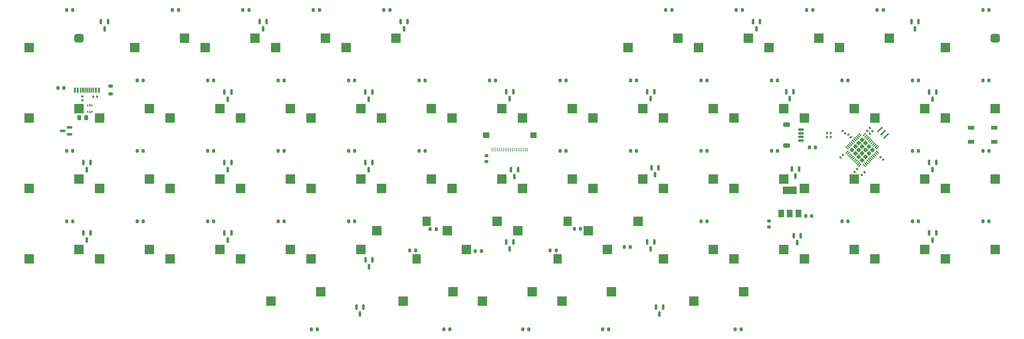
<source format=gbr>
%TF.GenerationSoftware,KiCad,Pcbnew,7.0.1-0*%
%TF.CreationDate,2023-07-02T14:27:38+03:00*%
%TF.ProjectId,30cent,33306365-6e74-42e6-9b69-6361645f7063,rev?*%
%TF.SameCoordinates,Original*%
%TF.FileFunction,Paste,Bot*%
%TF.FilePolarity,Positive*%
%FSLAX46Y46*%
G04 Gerber Fmt 4.6, Leading zero omitted, Abs format (unit mm)*
G04 Created by KiCad (PCBNEW 7.0.1-0) date 2023-07-02 14:27:38*
%MOMM*%
%LPD*%
G01*
G04 APERTURE LIST*
G04 Aperture macros list*
%AMRoundRect*
0 Rectangle with rounded corners*
0 $1 Rounding radius*
0 $2 $3 $4 $5 $6 $7 $8 $9 X,Y pos of 4 corners*
0 Add a 4 corners polygon primitive as box body*
4,1,4,$2,$3,$4,$5,$6,$7,$8,$9,$2,$3,0*
0 Add four circle primitives for the rounded corners*
1,1,$1+$1,$2,$3*
1,1,$1+$1,$4,$5*
1,1,$1+$1,$6,$7*
1,1,$1+$1,$8,$9*
0 Add four rect primitives between the rounded corners*
20,1,$1+$1,$2,$3,$4,$5,0*
20,1,$1+$1,$4,$5,$6,$7,0*
20,1,$1+$1,$6,$7,$8,$9,0*
20,1,$1+$1,$8,$9,$2,$3,0*%
%AMRotRect*
0 Rectangle, with rotation*
0 The origin of the aperture is its center*
0 $1 length*
0 $2 width*
0 $3 Rotation angle, in degrees counterclockwise*
0 Add horizontal line*
21,1,$1,$2,0,0,$3*%
G04 Aperture macros list end*
%ADD10R,2.550000X2.500000*%
%ADD11RoundRect,0.150000X-0.150000X0.587500X-0.150000X-0.587500X0.150000X-0.587500X0.150000X0.587500X0*%
%ADD12RoundRect,0.140000X-0.021213X0.219203X-0.219203X0.021213X0.021213X-0.219203X0.219203X-0.021213X0*%
%ADD13RoundRect,0.200000X-0.200000X-0.275000X0.200000X-0.275000X0.200000X0.275000X-0.200000X0.275000X0*%
%ADD14R,2.300000X2.500000*%
%ADD15RoundRect,0.150000X0.587500X0.150000X-0.587500X0.150000X-0.587500X-0.150000X0.587500X-0.150000X0*%
%ADD16RoundRect,0.200000X0.200000X0.275000X-0.200000X0.275000X-0.200000X-0.275000X0.200000X-0.275000X0*%
%ADD17RoundRect,0.200000X-0.275000X0.200000X-0.275000X-0.200000X0.275000X-0.200000X0.275000X0.200000X0*%
%ADD18RoundRect,0.140000X0.219203X0.021213X0.021213X0.219203X-0.219203X-0.021213X-0.021213X-0.219203X0*%
%ADD19RoundRect,0.250000X-0.388909X0.000000X0.000000X-0.388909X0.388909X0.000000X0.000000X0.388909X0*%
%ADD20RoundRect,0.062500X-0.380070X0.291682X0.291682X-0.380070X0.380070X-0.291682X-0.291682X0.380070X0*%
%ADD21RoundRect,0.062500X-0.380070X-0.291682X-0.291682X-0.380070X0.380070X0.291682X0.291682X0.380070X0*%
%ADD22RoundRect,0.135000X-0.135000X-0.185000X0.135000X-0.185000X0.135000X0.185000X-0.135000X0.185000X0*%
%ADD23RoundRect,0.575000X-0.700000X-0.575000X0.700000X-0.575000X0.700000X0.575000X-0.700000X0.575000X0*%
%ADD24RoundRect,0.135000X0.185000X-0.135000X0.185000X0.135000X-0.185000X0.135000X-0.185000X-0.135000X0*%
%ADD25R,1.500000X2.000000*%
%ADD26R,3.800000X2.000000*%
%ADD27RoundRect,0.135000X-0.035355X0.226274X-0.226274X0.035355X0.035355X-0.226274X0.226274X-0.035355X0*%
%ADD28RoundRect,0.218750X0.381250X-0.218750X0.381250X0.218750X-0.381250X0.218750X-0.381250X-0.218750X0*%
%ADD29R,1.700000X1.000000*%
%ADD30RoundRect,0.243750X0.243750X0.456250X-0.243750X0.456250X-0.243750X-0.456250X0.243750X-0.456250X0*%
%ADD31RoundRect,0.150000X0.625000X-0.150000X0.625000X0.150000X-0.625000X0.150000X-0.625000X-0.150000X0*%
%ADD32RoundRect,0.250000X0.650000X-0.350000X0.650000X0.350000X-0.650000X0.350000X-0.650000X-0.350000X0*%
%ADD33RoundRect,0.140000X-0.219203X-0.021213X-0.021213X-0.219203X0.219203X0.021213X0.021213X0.219203X0*%
%ADD34R,0.250000X1.100000*%
%ADD35R,1.700000X1.500000*%
%ADD36RotRect,0.400000X1.900000X135.000000*%
%ADD37R,0.375000X0.500000*%
%ADD38R,0.300000X0.650000*%
%ADD39RoundRect,0.140000X0.021213X-0.219203X0.219203X-0.021213X-0.021213X0.219203X-0.219203X0.021213X0*%
%ADD40RoundRect,0.135000X0.135000X0.185000X-0.135000X0.185000X-0.135000X-0.185000X0.135000X-0.185000X0*%
%ADD41R,0.600000X1.450000*%
%ADD42R,0.300000X1.450000*%
G04 APERTURE END LIST*
D10*
%TO.C,K13*%
X70860000Y-53022500D03*
X57410000Y-55562500D03*
%TD*%
D11*
%TO.C,KD3*%
X119700000Y-29557500D03*
X121600000Y-29557500D03*
X120650000Y-31432500D03*
%TD*%
%TO.C,KD21*%
X72075000Y-86707500D03*
X73975000Y-86707500D03*
X73025000Y-88582500D03*
%TD*%
D12*
%TO.C,C4*%
X243056411Y-69438089D03*
X242377589Y-70116911D03*
%TD*%
D10*
%TO.C,K11*%
X32760000Y-53022500D03*
X19310000Y-55562500D03*
%TD*%
D11*
%TO.C,KD1*%
X38737500Y-29557500D03*
X40637500Y-29557500D03*
X39687500Y-31432500D03*
%TD*%
D13*
%TO.C,R23*%
X200915000Y-45402500D03*
X202565000Y-45402500D03*
%TD*%
D10*
%TO.C,K27*%
X70860000Y-72072500D03*
X57410000Y-74612500D03*
%TD*%
%TO.C,K5*%
X118485000Y-33972500D03*
X105035000Y-36512500D03*
%TD*%
%TO.C,K45A1*%
X137535000Y-91122500D03*
D14*
X124085000Y-93662500D03*
%TD*%
D13*
%TO.C,R15*%
X277115000Y-26352500D03*
X278765000Y-26352500D03*
%TD*%
D11*
%TO.C,KD12*%
X262575000Y-48607500D03*
X264475000Y-48607500D03*
X263525000Y-50482500D03*
%TD*%
%TO.C,KD7*%
X72075000Y-48607500D03*
X73975000Y-48607500D03*
X73025000Y-50482500D03*
%TD*%
D10*
%TO.C,K42*%
X89910000Y-91122500D03*
X76460000Y-93662500D03*
%TD*%
D13*
%TO.C,R42*%
X277115000Y-64452500D03*
X278765000Y-64452500D03*
%TD*%
%TO.C,R37*%
X181865000Y-64452500D03*
X183515000Y-64452500D03*
%TD*%
D11*
%TO.C,KD28*%
X188756250Y-106695000D03*
X190656250Y-106695000D03*
X189706250Y-108570000D03*
%TD*%
D13*
%TO.C,R43*%
X29465000Y-83502500D03*
X31115000Y-83502500D03*
%TD*%
D15*
%TO.C,KD6*%
X30237500Y-58107500D03*
X30237500Y-60007500D03*
X28362500Y-59057500D03*
%TD*%
D16*
%TO.C,R57*%
X129349000Y-85661500D03*
X127699000Y-85661500D03*
%TD*%
D13*
%TO.C,R63*%
X152718000Y-112712500D03*
X154368000Y-112712500D03*
%TD*%
D11*
%TO.C,KD13*%
X33975000Y-67657500D03*
X35875000Y-67657500D03*
X34925000Y-69532500D03*
%TD*%
D10*
%TO.C,K14*%
X89910000Y-53022500D03*
X76460000Y-55562500D03*
%TD*%
D11*
%TO.C,KD4*%
X214950000Y-29557500D03*
X216850000Y-29557500D03*
X215900000Y-31432500D03*
%TD*%
D13*
%TO.C,R31*%
X67565000Y-64452500D03*
X69215000Y-64452500D03*
%TD*%
D11*
%TO.C,KD2*%
X81600000Y-29557500D03*
X83500000Y-29557500D03*
X82550000Y-31432500D03*
%TD*%
D10*
%TO.C,K25*%
X32760000Y-72072500D03*
X19310000Y-74612500D03*
%TD*%
D17*
%TO.C,R35*%
X142925000Y-65732500D03*
X142925000Y-67382500D03*
%TD*%
D10*
%TO.C,K36*%
X242310000Y-72072500D03*
X228860000Y-74612500D03*
%TD*%
D13*
%TO.C,R55*%
X258065000Y-83502500D03*
X259715000Y-83502500D03*
%TD*%
D10*
%TO.C,K32*%
X166110000Y-72072500D03*
X152660000Y-74612500D03*
%TD*%
D13*
%TO.C,R28*%
X29465000Y-64452500D03*
X31115000Y-64452500D03*
%TD*%
D10*
%TO.C,K15*%
X108960000Y-53022500D03*
X95510000Y-55562500D03*
%TD*%
D18*
%TO.C,C6*%
X239834411Y-59726911D03*
X239155589Y-59048089D03*
%TD*%
D10*
%TO.C,K21*%
X223260000Y-53022500D03*
X209810000Y-55562500D03*
%TD*%
D11*
%TO.C,KD24*%
X186375000Y-89088750D03*
X188275000Y-89088750D03*
X187325000Y-90963750D03*
%TD*%
D10*
%TO.C,K44*%
X113290000Y-86042500D03*
D14*
X126740000Y-83502500D03*
%TD*%
D13*
%TO.C,R62*%
X131382000Y-112712500D03*
X133032000Y-112712500D03*
%TD*%
D10*
%TO.C,K7*%
X213735000Y-33972500D03*
X200285000Y-36512500D03*
%TD*%
D13*
%TO.C,R25*%
X239015000Y-45402500D03*
X240665000Y-45402500D03*
%TD*%
D10*
%TO.C,K19*%
X185160000Y-53022500D03*
X171710000Y-55562500D03*
%TD*%
%TO.C,K40*%
X51810000Y-91122500D03*
X38360000Y-93662500D03*
%TD*%
%TO.C,K29*%
X108960000Y-72072500D03*
X95510000Y-74612500D03*
%TD*%
%TO.C,K48*%
X204210000Y-91122500D03*
X190760000Y-93662500D03*
%TD*%
%TO.C,K52*%
X280410000Y-91122500D03*
X266960000Y-93662500D03*
%TD*%
D13*
%TO.C,R44*%
X48515000Y-83502500D03*
X50165000Y-83502500D03*
%TD*%
D10*
%TO.C,K45*%
X132340000Y-86042500D03*
X145790000Y-83502500D03*
%TD*%
D16*
%TO.C,R49*%
X141550000Y-91607500D03*
X139900000Y-91607500D03*
%TD*%
D13*
%TO.C,R56*%
X277115000Y-83502500D03*
X278765000Y-83502500D03*
%TD*%
D19*
%TO.C,U1*%
X244475000Y-61491623D03*
X243555761Y-62410861D03*
X242636522Y-63330100D03*
X241717284Y-64249339D03*
X245394239Y-62410861D03*
X244475000Y-63330100D03*
X243555761Y-64249339D03*
X242636522Y-65168578D03*
X246313478Y-63330100D03*
X245394239Y-64249339D03*
X244475000Y-65168578D03*
X243555761Y-66087817D03*
X247232716Y-64249339D03*
X246313478Y-65168578D03*
X245394239Y-66087817D03*
X244475000Y-67007055D03*
D20*
X240347264Y-63657137D03*
X240700818Y-63303584D03*
X241054371Y-62950030D03*
X241407924Y-62596477D03*
X241761478Y-62242924D03*
X242115031Y-61889370D03*
X242468585Y-61535817D03*
X242822138Y-61182263D03*
X243175691Y-60828710D03*
X243529245Y-60475157D03*
X243882798Y-60121603D03*
D21*
X245067202Y-60121603D03*
X245420755Y-60475157D03*
X245774309Y-60828710D03*
X246127862Y-61182263D03*
X246481415Y-61535817D03*
X246834969Y-61889370D03*
X247188522Y-62242924D03*
X247542076Y-62596477D03*
X247895629Y-62950030D03*
X248249182Y-63303584D03*
X248602736Y-63657137D03*
D20*
X248602736Y-64841541D03*
X248249182Y-65195094D03*
X247895629Y-65548648D03*
X247542076Y-65902201D03*
X247188522Y-66255754D03*
X246834969Y-66609308D03*
X246481415Y-66962861D03*
X246127862Y-67316415D03*
X245774309Y-67669968D03*
X245420755Y-68023521D03*
X245067202Y-68377075D03*
D21*
X243882798Y-68377075D03*
X243529245Y-68023521D03*
X243175691Y-67669968D03*
X242822138Y-67316415D03*
X242468585Y-66962861D03*
X242115031Y-66609308D03*
X241761478Y-66255754D03*
X241407924Y-65902201D03*
X241054371Y-65548648D03*
X240700818Y-65195094D03*
X240347264Y-64841541D03*
%TD*%
D13*
%TO.C,R52*%
X200915000Y-83502500D03*
X202565000Y-83502500D03*
%TD*%
D16*
%TO.C,R66*%
X230825000Y-82082500D03*
X229175000Y-82082500D03*
%TD*%
D22*
%TO.C,R2*%
X36675000Y-49827500D03*
X37695000Y-49827500D03*
%TD*%
D10*
%TO.C,K12*%
X51810000Y-53022500D03*
X38360000Y-55562500D03*
%TD*%
D23*
%TO.C,K10*%
X280410000Y-33972500D03*
D10*
X266960000Y-36512500D03*
%TD*%
D17*
%TO.C,R53*%
X219329000Y-83440000D03*
X219329000Y-85090000D03*
%TD*%
D11*
%TO.C,KD19*%
X262575000Y-67657500D03*
X264475000Y-67657500D03*
X263525000Y-69532500D03*
%TD*%
D18*
%TO.C,C1*%
X241414411Y-60736911D03*
X240735589Y-60058089D03*
%TD*%
D24*
%TO.C,R1*%
X33675000Y-50777500D03*
X33675000Y-49757500D03*
%TD*%
D11*
%TO.C,KD11*%
X223967000Y-48465500D03*
X225867000Y-48465500D03*
X224917000Y-50340500D03*
%TD*%
D25*
%TO.C,Q1*%
X227217000Y-81450000D03*
X224917000Y-81450000D03*
D26*
X224917000Y-75150000D03*
D25*
X222617000Y-81450000D03*
%TD*%
D27*
%TO.C,R3*%
X246585624Y-58346876D03*
X245864376Y-59068124D03*
%TD*%
D28*
%TO.C,FB1*%
X41300400Y-49055800D03*
X41300400Y-46930800D03*
%TD*%
D10*
%TO.C,K55*%
X163296250Y-105092500D03*
X176746250Y-102552500D03*
%TD*%
D11*
%TO.C,KD5*%
X257812500Y-29557500D03*
X259712500Y-29557500D03*
X258762500Y-31432500D03*
%TD*%
D29*
%TO.C,SW1*%
X273875000Y-62057500D03*
X280175000Y-62057500D03*
X273875000Y-58257500D03*
X280175000Y-58257500D03*
%TD*%
D10*
%TO.C,K37*%
X261360000Y-72072500D03*
X247910000Y-74612500D03*
%TD*%
D11*
%TO.C,KD16*%
X149550000Y-69545000D03*
X151450000Y-69545000D03*
X150500000Y-71420000D03*
%TD*%
D13*
%TO.C,R9*%
X96140000Y-26352500D03*
X97790000Y-26352500D03*
%TD*%
D10*
%TO.C,K51*%
X261360000Y-91122500D03*
X247910000Y-93662500D03*
%TD*%
D13*
%TO.C,R33*%
X105665000Y-64452500D03*
X107315000Y-64452500D03*
%TD*%
D11*
%TO.C,KD8*%
X110175000Y-48607500D03*
X112075000Y-48607500D03*
X111125000Y-50482500D03*
%TD*%
D13*
%TO.C,R10*%
X115190000Y-26352500D03*
X116840000Y-26352500D03*
%TD*%
D11*
%TO.C,KD27*%
X107793750Y-106695000D03*
X109693750Y-106695000D03*
X108743750Y-108570000D03*
%TD*%
D30*
%TO.C,F1*%
X34712500Y-55547500D03*
X32837500Y-55547500D03*
%TD*%
D10*
%TO.C,K38*%
X280410000Y-72072500D03*
X266960000Y-74612500D03*
%TD*%
D13*
%TO.C,R8*%
X77090000Y-26352500D03*
X78740000Y-26352500D03*
%TD*%
D10*
%TO.C,K8*%
X232785000Y-33972500D03*
X219335000Y-36512500D03*
%TD*%
D13*
%TO.C,R18*%
X105665000Y-45402500D03*
X107315000Y-45402500D03*
%TD*%
%TO.C,R17*%
X86615000Y-45402500D03*
X88265000Y-45402500D03*
%TD*%
D10*
%TO.C,K22*%
X242310000Y-53022500D03*
X228860000Y-55562500D03*
%TD*%
D13*
%TO.C,R27*%
X277115000Y-45402500D03*
X278765000Y-45402500D03*
%TD*%
%TO.C,R47*%
X105665000Y-83502500D03*
X107315000Y-83502500D03*
%TD*%
D11*
%TO.C,KD22*%
X110225000Y-93945000D03*
X112125000Y-93945000D03*
X111175000Y-95820000D03*
%TD*%
D13*
%TO.C,R24*%
X219965000Y-45402500D03*
X221615000Y-45402500D03*
%TD*%
D31*
%TO.C,J4*%
X227933000Y-61707500D03*
X227933000Y-60707500D03*
X227933000Y-59707500D03*
X227933000Y-58707500D03*
D32*
X224058000Y-63007500D03*
X224058000Y-57407500D03*
%TD*%
D10*
%TO.C,K3*%
X80385000Y-33972500D03*
X66935000Y-36512500D03*
%TD*%
%TO.C,K41*%
X70860000Y-91122500D03*
X57410000Y-93662500D03*
%TD*%
D11*
%TO.C,KD25*%
X225950000Y-87445000D03*
X227850000Y-87445000D03*
X226900000Y-89320000D03*
%TD*%
D13*
%TO.C,R32*%
X86615000Y-64452500D03*
X88265000Y-64452500D03*
%TD*%
%TO.C,R30*%
X48515000Y-64452500D03*
X50165000Y-64452500D03*
%TD*%
D10*
%TO.C,K18*%
X166110000Y-53022500D03*
X152660000Y-55562500D03*
%TD*%
D13*
%TO.C,R12*%
X210440000Y-26352500D03*
X212090000Y-26352500D03*
%TD*%
D10*
%TO.C,K26*%
X51810000Y-72072500D03*
X38360000Y-74612500D03*
%TD*%
D13*
%TO.C,R61*%
X95568000Y-112712500D03*
X97218000Y-112712500D03*
%TD*%
D10*
%TO.C,K33*%
X185160000Y-72072500D03*
X171710000Y-74612500D03*
%TD*%
D11*
%TO.C,KD23*%
X148275000Y-89088750D03*
X150175000Y-89088750D03*
X149225000Y-90963750D03*
%TD*%
D10*
%TO.C,K43*%
X108960000Y-91122500D03*
X95510000Y-93662500D03*
%TD*%
D33*
%TO.C,C3*%
X249477589Y-66160589D03*
X250156411Y-66839411D03*
%TD*%
D10*
%TO.C,K6*%
X194685000Y-33972500D03*
X181235000Y-36512500D03*
%TD*%
D13*
%TO.C,R59*%
X27075000Y-47482500D03*
X28725000Y-47482500D03*
%TD*%
D11*
%TO.C,KD17*%
X187550000Y-69045000D03*
X189450000Y-69045000D03*
X188500000Y-70920000D03*
%TD*%
D34*
%TO.C,J3*%
X144475000Y-64117500D03*
X144975000Y-64117500D03*
X145475000Y-64117500D03*
X145975000Y-64117500D03*
X146475000Y-64117500D03*
X146975000Y-64117500D03*
X147475000Y-64117500D03*
X147975000Y-64117500D03*
X148475000Y-64117500D03*
X148975000Y-64117500D03*
X149475000Y-64117500D03*
X149975000Y-64117500D03*
X150475000Y-64117500D03*
X150975000Y-64117500D03*
X151475000Y-64117500D03*
X151975000Y-64117500D03*
X152475000Y-64117500D03*
X152975000Y-64117500D03*
X153475000Y-64117500D03*
X153975000Y-64117500D03*
D35*
X142825000Y-60217500D03*
X155625000Y-60217500D03*
%TD*%
D36*
%TO.C,Y1*%
X250942778Y-60458628D03*
X250094250Y-59610100D03*
X249245722Y-58761572D03*
%TD*%
D10*
%TO.C,K47A1*%
X175635000Y-91122500D03*
D14*
X162185000Y-93662500D03*
%TD*%
D10*
%TO.C,K28*%
X89910000Y-72072500D03*
X76460000Y-74612500D03*
%TD*%
D16*
%TO.C,R58*%
X168338000Y-85598000D03*
X166688000Y-85598000D03*
%TD*%
D13*
%TO.C,R38*%
X200915000Y-64452500D03*
X202565000Y-64452500D03*
%TD*%
%TO.C,R26*%
X258065000Y-45402500D03*
X259715000Y-45402500D03*
%TD*%
D11*
%TO.C,KD10*%
X186375000Y-48465500D03*
X188275000Y-48465500D03*
X187325000Y-50340500D03*
%TD*%
D10*
%TO.C,K34*%
X204210000Y-72072500D03*
X190760000Y-74612500D03*
%TD*%
%TO.C,K30*%
X128010000Y-72072500D03*
X114560000Y-74612500D03*
%TD*%
D11*
%TO.C,KD9*%
X148275000Y-48465500D03*
X150175000Y-48465500D03*
X149225000Y-50340500D03*
%TD*%
D13*
%TO.C,R19*%
X124715000Y-45402500D03*
X126365000Y-45402500D03*
%TD*%
%TO.C,R36*%
X162815000Y-64452500D03*
X164465000Y-64452500D03*
%TD*%
D10*
%TO.C,K47*%
X170440000Y-86042500D03*
X183890000Y-83502500D03*
%TD*%
%TO.C,K23*%
X261360000Y-53022500D03*
X247910000Y-55562500D03*
%TD*%
D27*
%TO.C,R29*%
X245085624Y-70246876D03*
X244364376Y-70968124D03*
%TD*%
D11*
%TO.C,KD14*%
X72075000Y-67657500D03*
X73975000Y-67657500D03*
X73025000Y-69532500D03*
%TD*%
D13*
%TO.C,R34*%
X124690000Y-64452500D03*
X126340000Y-64452500D03*
%TD*%
%TO.C,R60*%
X48515000Y-45402500D03*
X50165000Y-45402500D03*
%TD*%
D10*
%TO.C,K39*%
X32760000Y-91122500D03*
X19310000Y-93662500D03*
%TD*%
D37*
%TO.C,U2*%
X35187500Y-52197500D03*
D38*
X35725000Y-52122500D03*
D37*
X36262500Y-52197500D03*
X36262500Y-53897500D03*
D38*
X35725000Y-53972500D03*
D37*
X35187500Y-53897500D03*
%TD*%
D13*
%TO.C,R65*%
X210122000Y-112712500D03*
X211772000Y-112712500D03*
%TD*%
D10*
%TO.C,K2*%
X61335000Y-33972500D03*
X47885000Y-36512500D03*
%TD*%
D13*
%TO.C,R46*%
X86615000Y-83502500D03*
X88265000Y-83502500D03*
%TD*%
%TO.C,R50*%
X160150000Y-91382500D03*
X161800000Y-91382500D03*
%TD*%
%TO.C,R20*%
X143740000Y-45402500D03*
X145390000Y-45402500D03*
%TD*%
D11*
%TO.C,KD18*%
X225491000Y-69420500D03*
X227391000Y-69420500D03*
X226441000Y-71295500D03*
%TD*%
D10*
%TO.C,K16*%
X128010000Y-53022500D03*
X114560000Y-55562500D03*
%TD*%
%TO.C,K4*%
X99435000Y-33972500D03*
X85985000Y-36512500D03*
%TD*%
D13*
%TO.C,R48*%
X122150000Y-91382500D03*
X123800000Y-91382500D03*
%TD*%
%TO.C,R14*%
X248540000Y-26352500D03*
X250190000Y-26352500D03*
%TD*%
%TO.C,R13*%
X229490000Y-26352500D03*
X231140000Y-26352500D03*
%TD*%
D10*
%TO.C,K24*%
X280410000Y-53022500D03*
X266960000Y-55562500D03*
%TD*%
D13*
%TO.C,R11*%
X191390000Y-26352500D03*
X193040000Y-26352500D03*
%TD*%
D10*
%TO.C,K46*%
X151390000Y-86042500D03*
D14*
X164840000Y-83502500D03*
%TD*%
D10*
%TO.C,K49*%
X223260000Y-91122500D03*
X209810000Y-93662500D03*
%TD*%
D39*
%TO.C,C2*%
X246585589Y-59805072D03*
X247264411Y-59126250D03*
%TD*%
D13*
%TO.C,R45*%
X67565000Y-83502500D03*
X69215000Y-83502500D03*
%TD*%
%TO.C,R41*%
X258065000Y-64452500D03*
X259715000Y-64452500D03*
%TD*%
D11*
%TO.C,KD26*%
X262575000Y-86707500D03*
X264475000Y-86707500D03*
X263525000Y-88582500D03*
%TD*%
%TO.C,KD20*%
X33975000Y-86707500D03*
X35875000Y-86707500D03*
X34925000Y-88582500D03*
%TD*%
D10*
%TO.C,K31*%
X147060000Y-72072500D03*
X133610000Y-74612500D03*
%TD*%
D13*
%TO.C,R16*%
X67565000Y-45402500D03*
X69215000Y-45402500D03*
%TD*%
D11*
%TO.C,KD15*%
X110175000Y-67657500D03*
X112075000Y-67657500D03*
X111125000Y-69532500D03*
%TD*%
D13*
%TO.C,R54*%
X239015000Y-83502500D03*
X240665000Y-83502500D03*
%TD*%
%TO.C,R51*%
X180150000Y-90487500D03*
X181800000Y-90487500D03*
%TD*%
D10*
%TO.C,K50*%
X242310000Y-91122500D03*
X228860000Y-93662500D03*
%TD*%
D22*
%TO.C,R4*%
X235000000Y-59682500D03*
X236020000Y-59682500D03*
%TD*%
D10*
%TO.C,K55A1*%
X141865000Y-105092500D03*
X155315000Y-102552500D03*
%TD*%
D40*
%TO.C,R5*%
X236020000Y-60732500D03*
X235000000Y-60732500D03*
%TD*%
D10*
%TO.C,K54*%
X120433750Y-105092500D03*
X133883750Y-102552500D03*
%TD*%
%TO.C,K20*%
X204210000Y-53022500D03*
X190760000Y-55562500D03*
%TD*%
%TO.C,K53*%
X84715000Y-105092500D03*
X98165000Y-102552500D03*
%TD*%
D13*
%TO.C,R22*%
X181865000Y-45402500D03*
X183515000Y-45402500D03*
%TD*%
D10*
%TO.C,K9*%
X251835000Y-33972500D03*
X238385000Y-36512500D03*
%TD*%
D12*
%TO.C,C5*%
X239314411Y-65608089D03*
X238635589Y-66286911D03*
%TD*%
D23*
%TO.C,K1*%
X32760000Y-33972500D03*
D10*
X19310000Y-36512500D03*
%TD*%
D13*
%TO.C,R6*%
X29465000Y-26352500D03*
X31115000Y-26352500D03*
%TD*%
%TO.C,R39*%
X219965000Y-64452500D03*
X221615000Y-64452500D03*
%TD*%
D10*
%TO.C,K56*%
X199015000Y-105092500D03*
X212465000Y-102552500D03*
%TD*%
D13*
%TO.C,R21*%
X162815000Y-45402500D03*
X164465000Y-45402500D03*
%TD*%
%TO.C,R64*%
X174308000Y-112712500D03*
X175958000Y-112712500D03*
%TD*%
D41*
%TO.C,J1*%
X31675000Y-48092500D03*
X32475000Y-48092500D03*
D42*
X33675000Y-48092500D03*
X34675000Y-48092500D03*
X35175000Y-48092500D03*
X36175000Y-48092500D03*
D41*
X37375000Y-48092500D03*
X38175000Y-48092500D03*
X38175000Y-48092500D03*
X37375000Y-48092500D03*
D42*
X36675000Y-48092500D03*
X35675000Y-48092500D03*
X34175000Y-48092500D03*
X33175000Y-48092500D03*
D41*
X32475000Y-48092500D03*
X31675000Y-48092500D03*
%TD*%
D16*
%TO.C,R40*%
X231838000Y-63563500D03*
X230188000Y-63563500D03*
%TD*%
D13*
%TO.C,R7*%
X58040000Y-26352500D03*
X59690000Y-26352500D03*
%TD*%
D10*
%TO.C,K17*%
X147060000Y-53022500D03*
X133610000Y-55562500D03*
%TD*%
%TO.C,K35*%
X223260000Y-72072500D03*
X209810000Y-74612500D03*
%TD*%
M02*

</source>
